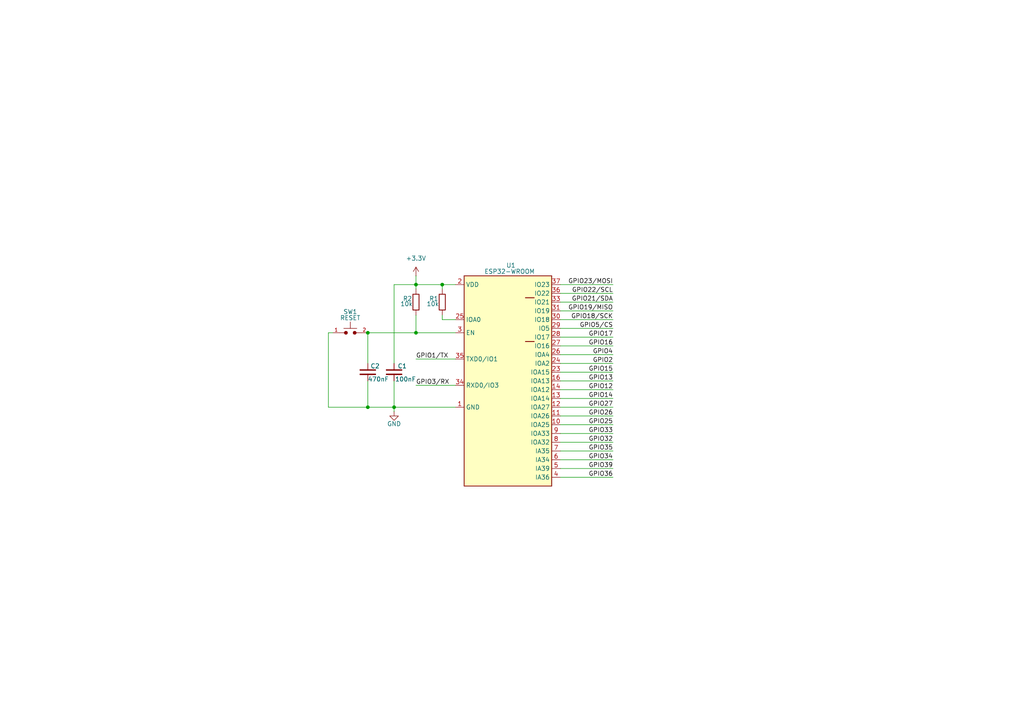
<source format=kicad_sch>
(kicad_sch (version 20250114) (generator "eeschema") (generator_version "9.0")
  (paper "A4")
  (lib_symbols
    (symbol "PCM_SL_Capacitors:104_Ceramic"
      (property "Reference" "C" (at 0 6.35 0))
      (property "Value" "104_Ceramic" (at 0 3.81 0))
      (symbol "104_Ceramic_0_1"
        (rectangle (start -0.762 2.286) (end -0.508 -2.286) (fill (type outline)))
        (rectangle (start 0.508 2.286) (end 0.762 -2.286) (fill (type outline)))
      )
      (symbol "104_Ceramic_1_1"
        (pin passive line (at -2.54 0 0) (length 2) (name "~") (number "1"))
        (pin input line (at 2.54 0 180) (length 2) (name "~") (number "2"))
      )
    )
    (symbol "PCM_SL_Devices:Push_Button"
      (property "Reference" "SW" (at 0 6.35 0))
      (property "Value" "Push_Button" (at 0 4.445 0))
      (symbol "Push_Button_0_1"
        (polyline (pts (xy -3.175 0) (xy -1.778 0)))
        (polyline (pts (xy -1.905 1.27) (xy 1.905 1.27)))
        (circle (center -1.27 0) (radius 0.4579) (fill (type outline)))
        (polyline (pts (xy 0 1.27) (xy 0 3.175)))
        (circle (center 1.27 0) (radius 0.4579) (fill (type outline)))
        (polyline (pts (xy 1.778 0) (xy 3.175 0)))
      )
      (symbol "Push_Button_1_1"
        (pin passive line (at -5.08 0 0) (length 2) (name "") (number "1"))
        (pin passive line (at 5.08 0 180) (length 2) (name "") (number "2"))
      )
    )
    (symbol "PCM_SL_Resistors:10k"
      (property "Reference" "R" (at 0 5.08 0))
      (property "Value" "10k" (at 0 2.54 0))
      (symbol "10k_0_1"
        (rectangle (start -2.286 0.889) (end 2.286 -0.889) (stroke (width 0.24)))
      )
      (symbol "10k_1_1"
        (pin passive line (at -3.81 0 0) (length 1.5) (name "") (number "1"))
        (pin passive line (at 3.81 0 180) (length 1.5) (name "~") (number "2"))
      )
    )
    (symbol "SparkFun-RF:ESP32-WROOM"
      (property "Reference" "U?" (at -0.508 34.798 0))
      (property "Value" "ESP32-WROOM" (at -6.858 33.02 0))
      (symbol "ESP32-WROOM_1_1"
        (rectangle (start -12.7 31.75) (end 12.7 -29.21) (stroke (width 0.254)) (fill (type background)))
        (polyline (pts (xy 7.62 25.4) (xy 5.08 25.4)) (stroke (width 0.254)))
        (polyline (pts (xy 7.62 12.7) (xy 5.08 12.7)) (stroke (width 0.254)))
        (pin power_in line (at -15.24 29.21 0) (length 2.54) (name "VDD") (number "2"))
        (pin bidirectional line (at -15.24 19.05 0) (length 2.54) (name "IOA0") (number "25"))
        (pin input line (at -15.24 15.24 0) (length 2.54) (name "EN") (number "3"))
        (pin bidirectional line (at -15.24 7.62 0) (length 2.54) (name "TXD0/IO1") (number "35"))
        (pin bidirectional line (at -15.24 0 0) (length 2.54) (name "RXD0/IO3") (number "34"))
        (pin power_in line (at -15.24 -6.35 0) (length 2.54) (name "GND") (number "1"))
        (pin passive line (at -15.24 -6.35 0) (length 2.54) (hide yes) (name "GND") (number "15"))
        (pin passive line (at -15.24 -6.35 0) (length 2.54) (hide yes) (name "GND") (number "38"))
        (pin passive line (at -15.24 -6.35 0) (length 2.54) (hide yes) (name "GND") (number "49.1"))
        (pin passive line (at -15.24 -6.35 0) (length 2.54) (hide yes) (name "GND") (number "49.2"))
        (pin passive line (at -15.24 -6.35 0) (length 2.54) (hide yes) (name "GND") (number "49.3"))
        (pin passive line (at -15.24 -6.35 0) (length 2.54) (hide yes) (name "GND") (number "49.4"))
        (pin passive line (at -15.24 -6.35 0) (length 2.54) (hide yes) (name "GND") (number "49.5"))
        (pin passive line (at -15.24 -6.35 0) (length 2.54) (hide yes) (name "GND") (number "49.6"))
        (pin passive line (at -15.24 -6.35 0) (length 2.54) (hide yes) (name "GND") (number "49.7"))
        (pin passive line (at -15.24 -6.35 0) (length 2.54) (hide yes) (name "GND") (number "49.8"))
        (pin passive line (at -15.24 -6.35 0) (length 2.54) (hide yes) (name "GND") (number "49.9"))
        (pin no_connect line (at -12.7 -10.16 0) (length 2.54) (hide yes) (name "NC") (number "17"))
        (pin no_connect line (at -12.7 -12.7 0) (length 2.54) (hide yes) (name "NC") (number "18"))
        (pin no_connect line (at -12.7 -15.24 0) (length 2.54) (hide yes) (name "NC") (number "19"))
        (pin no_connect line (at -12.7 -17.78 0) (length 2.54) (hide yes) (name "NC") (number "20"))
        (pin no_connect line (at -12.7 -20.32 0) (length 2.54) (hide yes) (name "NC") (number "21"))
        (pin no_connect line (at -12.7 -22.86 0) (length 2.54) (hide yes) (name "NC") (number "22"))
        (pin no_connect line (at -12.7 -25.4 0) (length 2.54) (hide yes) (name "NC") (number "32"))
        (pin bidirectional line (at 15.24 29.21 180) (length 2.54) (name "IO23") (number "37"))
        (pin bidirectional line (at 15.24 26.67 180) (length 2.54) (name "IO22") (number "36"))
        (pin bidirectional line (at 15.24 24.13 180) (length 2.54) (name "IO21") (number "33"))
        (pin bidirectional line (at 15.24 21.59 180) (length 2.54) (name "IO19") (number "31"))
        (pin bidirectional line (at 15.24 19.05 180) (length 2.54) (name "IO18") (number "30"))
        (pin bidirectional line (at 15.24 16.51 180) (length 2.54) (name "IO5") (number "29"))
        (pin bidirectional line (at 15.24 13.97 180) (length 2.54) (name "IO17") (number "28"))
        (pin bidirectional line (at 15.24 11.43 180) (length 2.54) (name "IO16") (number "27"))
        (pin bidirectional line (at 15.24 8.89 180) (length 2.54) (name "IOA4") (number "26"))
        (pin bidirectional line (at 15.24 6.35 180) (length 2.54) (name "IOA2") (number "24"))
        (pin bidirectional line (at 15.24 3.81 180) (length 2.54) (name "IOA15") (number "23"))
        (pin bidirectional line (at 15.24 1.27 180) (length 2.54) (name "IOA13") (number "16"))
        (pin bidirectional line (at 15.24 -1.27 180) (length 2.54) (name "IOA12") (number "14"))
        (pin bidirectional line (at 15.24 -3.81 180) (length 2.54) (name "IOA14") (number "13"))
        (pin bidirectional line (at 15.24 -6.35 180) (length 2.54) (name "IOA27") (number "12"))
        (pin bidirectional line (at 15.24 -8.89 180) (length 2.54) (name "IOA26") (number "11"))
        (pin bidirectional line (at 15.24 -11.43 180) (length 2.54) (name "IOA25") (number "10"))
        (pin bidirectional line (at 15.24 -13.97 180) (length 2.54) (name "IOA33") (number "9"))
        (pin bidirectional line (at 15.24 -16.51 180) (length 2.54) (name "IOA32") (number "8"))
        (pin input line (at 15.24 -19.05 180) (length 2.54) (name "IA35") (number "7"))
        (pin input line (at 15.24 -21.59 180) (length 2.54) (name "IA34") (number "6"))
        (pin input line (at 15.24 -24.13 180) (length 2.54) (name "IA39") (number "5"))
        (pin input line (at 15.24 -26.67 180) (length 2.54) (name "IA36") (number "4"))
      )
    )
    (symbol "power:+3.3V" (power) (pin_numbers (hide yes)) (pin_names (offset 0) (hide yes))
      (property "Value" "+3.3V" (at 0 3.556 0))
      (symbol "+3.3V_0_1"
        (polyline (pts (xy -0.762 1.27) (xy 0 2.54)))
        (polyline (pts (xy 0 2.54) (xy 0.762 1.27)))
        (polyline (pts (xy 0 0) (xy 0 2.54)))
      )
      (symbol "+3.3V_1_1"
        (pin power_in line (at 0 0 90) (length 0) (name "~") (number "1"))
      )
    )
    (symbol "power:GND" (power) (pin_numbers (hide yes)) (pin_names (offset 0) (hide yes))
      (property "Value" "GND" (at 0 -3.81 0))
      (symbol "GND_0_1"
        (polyline (pts (xy 0 0) (xy 0 -1.27) (xy 1.27 -1.27) (xy 0 -2.54) (xy -1.27 -1.27) (xy 0 -1.27)))
      )
      (symbol "GND_1_1"
        (pin power_in line (at 0 0 270) (length 0) (name "~") (number "1"))
      )
    )
  )
  (junction (at 106.68 118.11))
  (junction (at 120.65 82.55))
  (junction (at 114.3 118.11))
  (junction (at 106.68 96.52))
  (junction (at 120.65 96.52))
  (junction (at 128.27 82.55))
  (wire (pts (xy 95.25 118.11) (xy 106.68 118.11)))
  (wire (pts (xy 162.56 130.81) (xy 177.8 130.81)))
  (wire (pts (xy 114.3 118.11) (xy 132.08 118.11)))
  (wire (pts (xy 162.56 85.09) (xy 177.8 85.09)))
  (wire (pts (xy 162.56 97.79) (xy 177.8 97.79)))
  (wire (pts (xy 162.56 115.57) (xy 177.8 115.57)))
  (wire (pts (xy 128.27 91.44) (xy 128.27 92.71)))
  (wire (pts (xy 162.56 123.19) (xy 177.8 123.19)))
  (wire (pts (xy 162.56 120.65) (xy 177.8 120.65)))
  (wire (pts (xy 162.56 92.71) (xy 177.8 92.71)))
  (wire (pts (xy 120.65 111.76) (xy 132.08 111.76)))
  (wire (pts (xy 120.65 82.55) (xy 128.27 82.55)))
  (wire (pts (xy 120.65 96.52) (xy 132.08 96.52)))
  (wire (pts (xy 95.25 96.52) (xy 95.25 118.11)))
  (wire (pts (xy 162.56 110.49) (xy 177.8 110.49)))
  (wire (pts (xy 162.56 125.73) (xy 177.8 125.73)))
  (wire (pts (xy 120.65 91.44) (xy 120.65 96.52)))
  (wire (pts (xy 162.56 100.33) (xy 177.8 100.33)))
  (wire (pts (xy 114.3 118.11) (xy 114.3 119.38)))
  (wire (pts (xy 106.68 118.11) (xy 114.3 118.11)))
  (wire (pts (xy 120.65 82.55) (xy 120.65 83.82)))
  (wire (pts (xy 162.56 107.95) (xy 177.8 107.95)))
  (wire (pts (xy 120.65 104.14) (xy 132.08 104.14)))
  (wire (pts (xy 162.56 87.63) (xy 177.8 87.63)))
  (wire (pts (xy 162.56 128.27) (xy 177.8 128.27)))
  (wire (pts (xy 162.56 90.17) (xy 177.8 90.17)))
  (wire (pts (xy 162.56 118.11) (xy 177.8 118.11)))
  (wire (pts (xy 106.68 110.49) (xy 106.68 118.11)))
  (wire (pts (xy 162.56 95.25) (xy 177.8 95.25)))
  (wire (pts (xy 95.25 96.52) (xy 96.52 96.52)))
  (wire (pts (xy 106.68 96.52) (xy 120.65 96.52)))
  (wire (pts (xy 162.56 138.43) (xy 177.8 138.43)))
  (wire (pts (xy 162.56 135.89) (xy 177.8 135.89)))
  (wire (pts (xy 106.68 96.52) (xy 106.68 105.41)))
  (wire (pts (xy 120.65 80.01) (xy 120.65 82.55)))
  (wire (pts (xy 128.27 82.55) (xy 128.27 83.82)))
  (wire (pts (xy 114.3 110.49) (xy 114.3 118.11)))
  (wire (pts (xy 162.56 133.35) (xy 177.8 133.35)))
  (wire (pts (xy 162.56 102.87) (xy 177.8 102.87)))
  (wire (pts (xy 128.27 92.71) (xy 132.08 92.71)))
  (wire (pts (xy 162.56 105.41) (xy 177.8 105.41)))
  (wire (pts (xy 162.56 113.03) (xy 177.8 113.03)))
  (wire (pts (xy 114.3 82.55) (xy 120.65 82.55)))
  (wire (pts (xy 128.27 82.55) (xy 132.08 82.55)))
  (wire (pts (xy 114.3 82.55) (xy 114.3 105.41)))
  (wire (pts (xy 162.56 82.55) (xy 177.8 82.55)))
  (label "GPIO18{slash}SCK" (at 177.8 92.71 180))
  (label "GPIO2" (at 177.8 105.41 180))
  (label "GPIO5{slash}CS" (at 177.8 95.25 180))
  (label "GPIO15" (at 177.8 107.95 180))
  (label "GPIO16" (at 177.8 100.33 180))
  (label "GPIO12" (at 177.8 113.03 180))
  (label "GPIO23{slash}MOSI" (at 177.8 82.55 180))
  (label "GPIO4" (at 177.8 102.87 180))
  (label "GPIO3{slash}RX" (at 120.65 111.76 0))
  (label "GPIO36" (at 177.8 138.43 180))
  (label "GPIO22{slash}SCL" (at 177.8 85.09 180))
  (label "GPIO13" (at 177.8 110.49 180))
  (label "GPIO27" (at 177.8 118.11 180))
  (label "GPIO14" (at 177.8 115.57 180))
  (label "GPIO1{slash}TX" (at 120.65 104.14 0))
  (label "GPIO34" (at 177.8 133.35 180))
  (label "GPIO39" (at 177.8 135.89 180))
  (label "GPIO26" (at 177.8 120.65 180))
  (label "GPIO33" (at 177.8 125.73 180))
  (label "GPIO17" (at 177.8 97.79 180))
  (label "GPIO21{slash}SDA" (at 177.8 87.63 180))
  (label "GPIO35" (at 177.8 130.81 180))
  (label "GPIO32" (at 177.8 128.27 180))
  (label "GPIO19{slash}MISO" (at 177.8 90.17 180))
  (label "GPIO25" (at 177.8 123.19 180))
  (symbol (lib_id "SparkFun-RF:ESP32-WROOM") (at 147.32 111.76 0) (unit 1)
    (property "Reference" "U1" (at 146.812 76.962 0) (effects (justify left)))
    (property "Value" "ESP32-WROOM" (at 140.462 78.74 0) (effects (justify left)))
    (property "Footprint" "SparkFun-RF:ESP32-WROOM-32D-DFM_PASTE" (effects (hide yes)))
    (property "Datasheet" "https://www.mouser.com/datasheet/2/891/esp32_wroom_32e_esp32_wroom_32ue_datasheet_en-1855879.pdf" (effects (hide yes)))
    (property "PROD_ID" "IC-15676" (effects (hide yes)))
  )
  (symbol (lib_id "power:+3.3V") (at 120.65 80.01 0) (unit 1)
    (property "Reference" "#PWR01" (effects (hide yes)))
    (property "Value" "+3.3V" (at 120.65 74.93 0))
    (property "Description" "Power symbol creates a global label with name \"+3.3V\"" (effects (hide yes)))
  )
  (symbol (lib_id "PCM_SL_Capacitors:104_Ceramic") (at 114.3 107.95 90) (unit 1)
    (property "Reference" "C1" (at 115.316 106.172 90) (effects (justify right)))
    (property "Value" "100nF" (at 114.554 109.982 90) (effects (justify right)))
    (property "Footprint" "Capacitor_THT:C_Disc_D5.0mm_W2.5mm_P2.50mm" (effects (hide yes)))
    (property "Description" "100nF Ceramic Capacitor" (effects (hide yes)))
  )
  (symbol (lib_id "PCM_SL_Resistors:10k") (at 120.65 87.63 90) (unit 1)
    (property "Reference" "R2" (at 116.84 86.614 90) (effects (justify right)))
    (property "Value" "10k" (at 116.078 88.138 90) (effects (justify right)))
    (property "Footprint" "Resistor_THT:R_Axial_DIN0207_L6.3mm_D2.5mm_P10.16mm_Horizontal" (effects (hide yes)))
    (property "Description" "10kΩ, 1/4W Resistor" (effects (hide yes)))
  )
  (symbol (lib_id "PCM_SL_Devices:Push_Button") (at 101.6 96.52 0) (unit 1)
    (property "Reference" "SW1" (at 101.6 90.424 0))
    (property "Value" "RESET" (at 101.6 92.202 0))
    (property "Footprint" "Button_Switch_THT:SW_PUSH_6mm" (effects (hide yes)))
    (property "Description" "Common 6mmx6mm Push Button" (effects (hide yes)))
  )
  (symbol (lib_id "PCM_SL_Resistors:10k") (at 128.27 87.63 90) (unit 1)
    (property "Reference" "R1" (at 124.46 86.614 90) (effects (justify right)))
    (property "Value" "10k" (at 123.698 88.138 90) (effects (justify right)))
    (property "Footprint" "Resistor_THT:R_Axial_DIN0207_L6.3mm_D2.5mm_P10.16mm_Horizontal" (effects (hide yes)))
    (property "Description" "10kΩ, 1/4W Resistor" (effects (hide yes)))
  )
  (symbol (lib_id "power:GND") (at 114.3 119.38 0) (unit 1)
    (property "Reference" "#PWR02" (effects (hide yes)))
    (property "Value" "GND" (at 114.3 122.936 0))
    (property "Description" "Power symbol creates a global label with name \"GND\" , ground" (effects (hide yes)))
  )
  (symbol (lib_id "PCM_SL_Capacitors:104_Ceramic") (at 106.68 107.95 90) (unit 1)
    (property "Reference" "C2" (at 107.442 106.172 90) (effects (justify right)))
    (property "Value" "470nF" (at 106.68 109.982 90) (effects (justify right)))
    (property "Footprint" "Capacitor_THT:C_Disc_D5.0mm_W2.5mm_P2.50mm" (effects (hide yes)))
    (property "Description" "100nF Ceramic Capacitor" (effects (hide yes)))
  )
)
</source>
